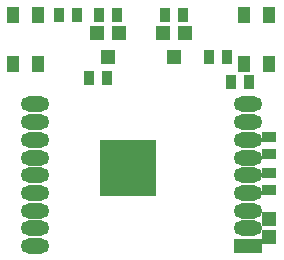
<source format=gts>
G04 #@! TF.FileFunction,Soldermask,Top*
%FSLAX46Y46*%
G04 Gerber Fmt 4.6, Leading zero omitted, Abs format (unit mm)*
G04 Created by KiCad (PCBNEW 4.0.7) date 09/29/18 01:33:36*
%MOMM*%
%LPD*%
G01*
G04 APERTURE LIST*
%ADD10C,0.100000*%
%ADD11O,2.400000X1.300000*%
%ADD12R,2.400000X1.300000*%
%ADD13R,4.700000X4.700000*%
%ADD14R,1.200000X1.300000*%
%ADD15R,1.300000X0.900000*%
%ADD16R,1.150000X1.200000*%
%ADD17R,0.900000X1.300000*%
%ADD18R,1.050000X1.450000*%
G04 APERTURE END LIST*
D10*
D11*
X124367000Y-106364000D03*
X142367000Y-106364000D03*
D12*
X142367000Y-118364000D03*
D11*
X142367000Y-116864000D03*
X142367000Y-115364000D03*
X142367000Y-113864000D03*
X142367000Y-112364000D03*
X142367000Y-110864000D03*
X142367000Y-109364000D03*
X142367000Y-107864000D03*
X124367000Y-107864000D03*
X124367000Y-109364000D03*
X124367000Y-110864000D03*
X124367000Y-112364000D03*
X124367000Y-113864000D03*
X124367000Y-115364000D03*
X124367000Y-116864000D03*
X124367000Y-118364000D03*
D13*
X132247000Y-111784000D03*
D14*
X137094000Y-100346000D03*
X135194000Y-100346000D03*
X136144000Y-102346000D03*
D15*
X144208500Y-113653000D03*
X144208500Y-112153000D03*
D16*
X144145000Y-116090000D03*
X144145000Y-117590000D03*
D15*
X144208500Y-110605000D03*
X144208500Y-109105000D03*
D17*
X140982000Y-104457500D03*
X142482000Y-104457500D03*
X126377000Y-98806000D03*
X127877000Y-98806000D03*
D14*
X131506000Y-100346000D03*
X129606000Y-100346000D03*
X130556000Y-102346000D03*
D17*
X135394000Y-98806000D03*
X136894000Y-98806000D03*
X140577000Y-102362000D03*
X139077000Y-102362000D03*
X129806000Y-98806000D03*
X131306000Y-98806000D03*
X128917000Y-104140000D03*
X130417000Y-104140000D03*
D18*
X144204000Y-98763000D03*
X144204000Y-102913000D03*
X142054000Y-98763000D03*
X142054000Y-102913000D03*
X122496000Y-102913000D03*
X122496000Y-98763000D03*
X124646000Y-102913000D03*
X124646000Y-98763000D03*
M02*

</source>
